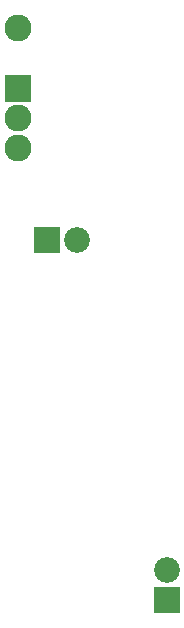
<source format=gbs>
G04 start of page 2 for group 11 layer_idx 11 *
G04 Title: (unknown), bottom_mask *
G04 Creator: pcb-rnd 2.3.0 *
G04 CreationDate: 2021-05-03 18:52:41 UTC *
G04 For:  *
G04 Format: Gerber/RS-274X *
G04 PCB-Dimensions: 500000 500000 *
G04 PCB-Coordinate-Origin: lower left *
%MOIN*%
%FSLAX25Y25*%
%LNBOTTOM_MASK_NONE_11*%
%ADD43C,0.0860*%
%ADD42C,0.0001*%
%ADD41C,0.0900*%
G54D41*X179850Y385000D03*
G54D42*G36*
X184300Y390550D02*Y399450D01*
X175400D01*
Y390550D01*
X184300D01*
G37*
G54D41*X179850Y415000D03*
Y375000D03*
G54D42*G36*
X185300Y348650D02*X193900D01*
Y340050D01*
X185300D01*
Y348650D01*
G37*
G54D43*X199600Y344350D03*
G54D42*G36*
X225300Y220050D02*Y228650D01*
X233900D01*
Y220050D01*
X225300D01*
G37*
G54D43*X229600Y234350D03*
M02*

</source>
